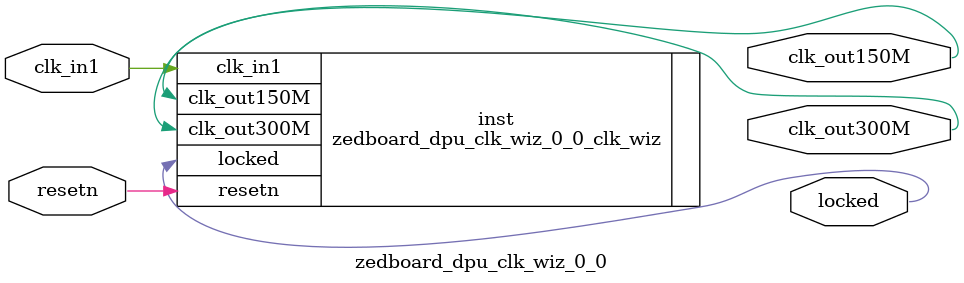
<source format=v>


`timescale 1ps/1ps

(* CORE_GENERATION_INFO = "zedboard_dpu_clk_wiz_0_0,clk_wiz_v6_0_5_0_0,{component_name=zedboard_dpu_clk_wiz_0_0,use_phase_alignment=true,use_min_o_jitter=false,use_max_i_jitter=false,use_dyn_phase_shift=false,use_inclk_switchover=false,use_dyn_reconfig=false,enable_axi=0,feedback_source=FDBK_AUTO,PRIMITIVE=MMCM,num_out_clk=2,clkin1_period=10.000,clkin2_period=10.000,use_power_down=false,use_reset=true,use_locked=true,use_inclk_stopped=false,feedback_type=SINGLE,CLOCK_MGR_TYPE=NA,manual_override=false}" *)

module zedboard_dpu_clk_wiz_0_0 
 (
  // Clock out ports
  output        clk_out150M,
  output        clk_out300M,
  // Status and control signals
  input         resetn,
  output        locked,
 // Clock in ports
  input         clk_in1
 );

  zedboard_dpu_clk_wiz_0_0_clk_wiz inst
  (
  // Clock out ports  
  .clk_out150M(clk_out150M),
  .clk_out300M(clk_out300M),
  // Status and control signals               
  .resetn(resetn), 
  .locked(locked),
 // Clock in ports
  .clk_in1(clk_in1)
  );

endmodule

</source>
